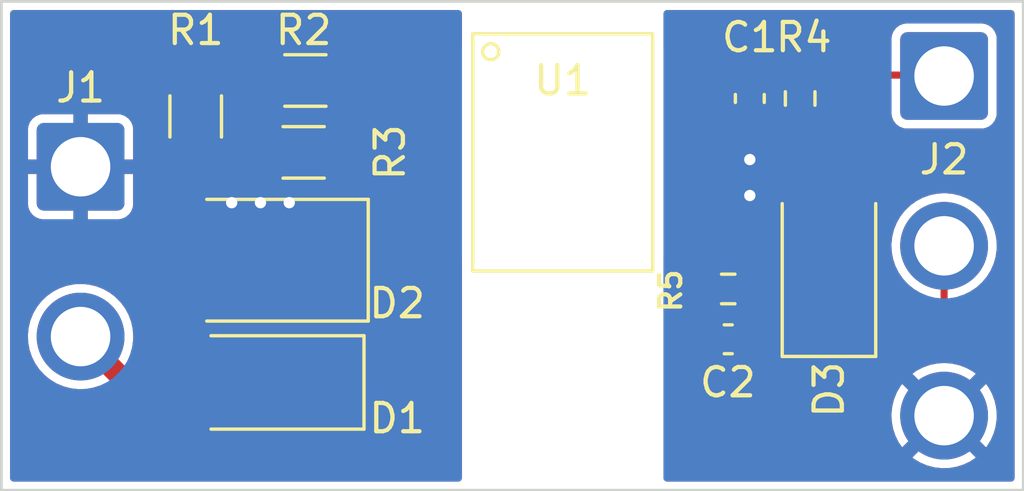
<source format=kicad_pcb>
(kicad_pcb (version 20211014) (generator pcbnew)
  (layers (0 "F.Cu" signal) (31 "B.Cu" signal) (34 "B.Paste" user) (35 "F.Paste" user) (36 "B.SilkS" user "B.Silkscreen") (37 "F.SilkS" user "F.Silkscreen") (38 "B.Mask" user) (39 "F.Mask" user) (44 "Edge.Cuts" user))
  (net 0 "")
  (net 1 "VCC")
  (net 2 "GND")
  (net 3 "Net-(C2-Pad1)")
  (net 4 "Net-(D1-Pad1)")
  (net 5 "Net-(D1-Pad2)")
  (net 6 "Net-(D2-Pad2)")
  (net 7 "Net-(D3-Pad2)")
  (net 8 "GNDPWR")
  (net 9 "Net-(R1-Pad2)")
  (net 10 "Net-(R2-Pad2)")
  (net 11 "Net-(R3-Pad2)")
  (footprint "Connector_Wire:SolderWire-1.5sqmm_1x03_P6mm_D1.7mm_OD3mm" (layer "F.Cu") (at 168.402 101.442 -90)
    (fp_text reference "J2" (at 2.952 0) (layer "F.SilkS"))
    (fp_text value "Out")
    (pad "1" thru_hole roundrect (at 0 0 270) (size 3.1 3.1) (drill 2.1) (layers *.Cu *.Mask) (roundrect_rratio 0.08064483871) (net 1 "VCC"))
    (pad "2" thru_hole circle (at 6 0 270) (size 3.1 3.1) (drill 2.1) (layers *.Cu *.Mask) (net 3 "Net-(C2-Pad1)"))
    (pad "3" thru_hole circle (at 12 0 270) (size 3.1 3.1) (drill 2.1) (layers *.Cu *.Mask) (net 2 "GND"))
  )
  (footprint "volvodash:6-SMD" (layer "F.Cu") (at 154.94 104.14)
    (fp_text reference "U1" (at 0 -2.54 unlocked) (layer "F.SilkS"))
    (fp_text value "H11L1")
    (fp_line (start 3.175 -4.191) (end -3.175 -4.191) (layer "F.SilkS") (width 0.12))
    (fp_line (start -3.175 4.191) (end 3.175 4.191) (layer "F.SilkS") (width 0.12))
    (fp_line (start -3.175 -4.191) (end -3.175 4.191) (layer "F.SilkS") (width 0.12))
    (fp_line (start 3.175 4.191) (end 3.175 -4.191) (layer "F.SilkS") (width 0.12))
    (fp_circle (center -2.54 -3.556) (end -2.667 -3.81) (layer "F.SilkS") (width 0.12) (fill none))
    (pad "1" smd roundrect (at -4.5075 -2.54) (size 1.525 1.78) (layers "F.Cu" "F.Paste" "F.Mask") (net 10 "Net-(R2-Pad2)"))
    (pad "2" smd roundrect (at -4.5075 0) (size 1.525 1.78) (layers "F.Cu" "F.Paste" "F.Mask") (net 11 "Net-(R3-Pad2)"))
    (pad "3" smd roundrect (at -4.5075 2.54) (size 1.525 1.78) (layers "F.Cu" "F.Paste" "F.Mask"))
    (pad "4" smd roundrect (at 4.5075 2.54) (size 1.525 1.78) (layers "F.Cu" "F.Paste" "F.Mask") (net 7 "Net-(D3-Pad2)"))
    (pad "5" smd roundrect (at 4.5075 0) (size 1.525 1.78) (layers "F.Cu" "F.Paste" "F.Mask") (net 2 "GND"))
    (pad "6" smd roundrect (at 4.5075 -2.54) (size 1.525 1.78) (layers "F.Cu" "F.Paste" "F.Mask") (net 1 "VCC"))
  )
  (footprint "Diode_SMD:D_SMB" (layer "F.Cu") (at 144.526 107.95 180)
    (fp_text reference "D2" (at -4.572 -1.524) (layer "F.SilkS"))
    (fp_text value "13V" hide)
    (fp_line (start -3.55 -2.15) (end 2.15 -2.15) (layer "F.SilkS") (width 0.12))
    (fp_line (start -3.55 2.15) (end 2.15 2.15) (layer "F.SilkS") (width 0.12))
    (fp_line (start -3.55 -2.15) (end -3.55 2.15) (layer "F.SilkS") (width 0.12))
    (pad "1" smd rect (at -2.15 0 180) (size 2.5 2.3) (layers "F.Cu" "F.Paste" "F.Mask") (net 4 "Net-(D1-Pad1)"))
    (pad "2" smd rect (at 2.15 0 180) (size 2.5 2.3) (layers "F.Cu" "F.Paste" "F.Mask") (net 6 "Net-(D2-Pad2)"))
  )
  (footprint "Capacitor_SMD:C_0603_1608Metric" (layer "F.Cu") (at 160.782 110.744 180)
    (fp_text reference "C2" (at 0.013 -1.524) (layer "F.SilkS"))
    (fp_text value "10n" hide)
    (fp_line (start -0.14058 -0.51) (end 0.14058 -0.51) (layer "F.SilkS") (width 0.12))
    (fp_line (start -0.14058 0.51) (end 0.14058 0.51) (layer "F.SilkS") (width 0.12))
    (pad "1" smd roundrect (at -0.775 0 180) (size 0.9 0.95) (layers "F.Cu" "F.Paste" "F.Mask") (net 3 "Net-(C2-Pad1)"))
    (pad "2" smd roundrect (at 0.775 0 180) (size 0.9 0.95) (layers "F.Cu" "F.Paste" "F.Mask") (net 2 "GND"))
  )
  (footprint "Resistor_SMD:R_1206_3216Metric" (layer "F.Cu") (at 145.8575 101.6)
    (fp_text reference "R2" (at -0.0615 -1.778) (layer "F.SilkS"))
    (fp_text value "220" hide)
    (fp_line (start -0.727064 -0.91) (end 0.727064 -0.91) (layer "F.SilkS") (width 0.12))
    (fp_line (start -0.727064 0.91) (end 0.727064 0.91) (layer "F.SilkS") (width 0.12))
    (pad "1" smd roundrect (at -1.4625 0) (size 1.125 1.75) (layers "F.Cu" "F.Paste" "F.Mask") (roundrect_rratio 0.2222222222) (net 9 "Net-(R1-Pad2)"))
    (pad "2" smd roundrect (at 1.4625 0) (size 1.125 1.75) (layers "F.Cu" "F.Paste" "F.Mask") (roundrect_rratio 0.2222222222) (net 10 "Net-(R2-Pad2)"))
  )
  (footprint "Resistor_SMD:R_0603_1608Metric" (layer "F.Cu") (at 160.782 108.966)
    (fp_text reference "R5" (at -2.032 0.065 90) (layer "F.SilkS") (effects (font (size 0.75 0.75))))
    (fp_text value "1k" hide)
    (fp_line (start -0.237258 -0.5225) (end 0.237258 -0.5225) (layer "F.SilkS") (width 0.12))
    (fp_line (start -0.237258 0.5225) (end 0.237258 0.5225) (layer "F.SilkS") (width 0.12))
    (pad "1" smd roundrect (at -0.825 0) (size 0.8 0.95) (layers "F.Cu" "F.Paste" "F.Mask") (net 7 "Net-(D3-Pad2)"))
    (pad "2" smd roundrect (at 0.825 0) (size 0.8 0.95) (layers "F.Cu" "F.Paste" "F.Mask") (net 3 "Net-(C2-Pad1)"))
  )
  (footprint "Connector_Wire:SolderWire-1.5sqmm_1x02_P6mm_D1.7mm_OD3mm" (layer "F.Cu") (at 137.922 104.648 -90)
    (fp_text reference "J1" (at -2.794 0) (layer "F.SilkS"))
    (fp_text value "In")
    (pad "1" thru_hole roundrect (at 0 0 270) (size 3.1 3.1) (drill 2.1) (layers *.Cu *.Mask) (roundrect_rratio 0.08064483871) (net 8 "GNDPWR"))
    (pad "2" thru_hole circle (at 6 0 270) (size 3.1 3.1) (drill 2.1) (layers *.Cu *.Mask) (net 5 "Net-(D1-Pad2)"))
  )
  (footprint "Resistor_SMD:R_0603_1608Metric" (layer "F.Cu") (at 163.322 102.235 -90)
    (fp_text reference "R4" (at -2.159 -0.127 180) (layer "F.SilkS"))
    (fp_text value "1k" hide)
    (fp_line (start -0.237258 0.5225) (end 0.237258 0.5225) (layer "F.SilkS") (width 0.12))
    (fp_line (start -0.237258 -0.5225) (end 0.237258 -0.5225) (layer "F.SilkS") (width 0.12))
    (pad "1" smd roundrect (at -0.825 0 270) (size 0.8 0.95) (layers "F.Cu" "F.Paste" "F.Mask") (net 1 "VCC"))
    (pad "2" smd roundrect (at 0.825 0 270) (size 0.8 0.95) (layers "F.Cu" "F.Paste" "F.Mask") (net 7 "Net-(D3-Pad2)"))
  )
  (footprint "Diode_SMD:D_SMA" (layer "F.Cu") (at 164.338 107.95 90)
    (fp_text reference "D3" (at -4.572 0 90) (layer "F.SilkS"))
    (fp_text value "D" hide)
    (fp_line (start -3.4 1.65) (end 2 1.65) (layer "F.SilkS") (width 0.12))
    (fp_line (start -3.4 -1.65) (end 2 -1.65) (layer "F.SilkS") (width 0.12))
    (fp_line (start -3.4 -1.65) (end -3.4 1.65) (layer "F.SilkS") (width 0.12))
    (pad "1" smd rect (at -2 0 90) (size 2.5 1.8) (layers "F.Cu" "F.Paste" "F.Mask") (net 3 "Net-(C2-Pad1)"))
    (pad "2" smd rect (at 2 0 90) (size 2.5 1.8) (layers "F.Cu" "F.Paste" "F.Mask") (net 7 "Net-(D3-Pad2)"))
  )
  (footprint "Resistor_SMD:R_1206_3216Metric" (layer "F.Cu") (at 141.986 102.87 90)
    (fp_text reference "R1" (at 3.048 0) (layer "F.SilkS"))
    (fp_text value "2k" hide)
    (fp_line (start -0.727064 0.91) (end 0.727064 0.91) (layer "F.SilkS") (width 0.12))
    (fp_line (start -0.727064 -0.91) (end 0.727064 -0.91) (layer "F.SilkS") (width 0.12))
    (pad "1" smd roundrect (at -1.4625 0 90) (size 1.125 1.75) (layers "F.Cu" "F.Paste" "F.Mask") (roundrect_rratio 0.2222222222) (net 6 "Net-(D2-Pad2)"))
    (pad "2" smd roundrect (at 1.4625 0 90) (size 1.125 1.75) (layers "F.Cu" "F.Paste" "F.Mask") (roundrect_rratio 0.2222222222) (net 9 "Net-(R1-Pad2)"))
  )
  (footprint "Resistor_SMD:R_1206_3216Metric" (layer "F.Cu") (at 145.796 104.14)
    (fp_text reference "R3" (at 3.048 0 90) (layer "F.SilkS"))
    (fp_text value "220" hide)
    (fp_line (start -0.727064 0.91) (end 0.727064 0.91) (layer "F.SilkS") (width 0.12))
    (fp_line (start -0.727064 -0.91) (end 0.727064 -0.91) (layer "F.SilkS") (width 0.12))
    (pad "1" smd roundrect (at -1.4625 0) (size 1.125 1.75) (layers "F.Cu" "F.Paste" "F.Mask") (roundrect_rratio 0.2222222222) (net 8 "GNDPWR"))
    (pad "2" smd roundrect (at 1.4625 0) (size 1.125 1.75) (layers "F.Cu" "F.Paste" "F.Mask") (roundrect_rratio 0.2222222222) (net 11 "Net-(R3-Pad2)"))
  )
  (footprint "Diode_SMD:D_SMA" (layer "F.Cu") (at 144.526 112.268 180)
    (fp_text reference "D1" (at -4.572 -1.27) (layer "F.SilkS"))
    (fp_text value "D" hide)
    (fp_line (start -3.4 1.65) (end 2 1.65) (layer "F.SilkS") (width 0.12))
    (fp_line (start -3.4 -1.65) (end -3.4 1.65) (layer "F.SilkS") (width 0.12))
    (fp_line (start -3.4 -1.65) (end 2 -1.65) (layer "F.SilkS") (width 0.12))
    (pad "1" smd rect (at -2 0 180) (size 2.5 1.8) (layers "F.Cu" "F.Paste" "F.Mask") (net 4 "Net-(D1-Pad1)"))
    (pad "2" smd rect (at 2 0 180) (size 2.5 1.8) (layers "F.Cu" "F.Paste" "F.Mask") (net 5 "Net-(D1-Pad2)"))
  )
  (footprint "Capacitor_SMD:C_0603_1608Metric" (layer "F.Cu") (at 161.544 102.235 -90)
    (fp_text reference "C1" (at -2.159 0 180) (layer "F.SilkS"))
    (fp_text value "100n" hide)
    (fp_line (start -0.14058 -0.51) (end 0.14058 -0.51) (layer "F.SilkS") (width 0.12))
    (fp_line (start -0.14058 0.51) (end 0.14058 0.51) (layer "F.SilkS") (width 0.12))
    (pad "1" smd roundrect (at -0.775 0 270) (size 0.9 0.95) (layers "F.Cu" "F.Paste" "F.Mask") (net 1 "VCC"))
    (pad "2" smd roundrect (at 0.775 0 270) (size 0.9 0.95) (layers "F.Cu" "F.Paste" "F.Mask") (net 2 "GND"))
  )
  (gr_line (start 135.128 98.806) (end 171.196 98.806) (layer "Edge.Cuts") (width 0.1))
  (gr_line (start 171.196 98.806) (end 171.196 116.078) (layer "Edge.Cuts") (width 0.1))
  (gr_line (start 135.128 116.078) (end 135.128 98.806) (layer "Edge.Cuts") (width 0.1))
  (gr_line (start 171.196 116.078) (end 135.128 116.078) (layer "Edge.Cuts") (width 0.1))
  (segment (start 163.322 101.41) (end 161.594 101.41) (width 0.25) (layer "F.Cu") (net 1))
  (segment (start 161.594 101.41) (end 161.544 101.46) (width 0.25) (layer "F.Cu") (net 1))
  (segment (start 168.37 101.41) (end 168.402 101.442) (width 0.25) (layer "F.Cu") (net 1))
  (segment (start 159.5875 101.46) (end 159.4475 101.6) (width 0.25) (layer "F.Cu") (net 1))
  (segment (start 163.322 101.41) (end 168.37 101.41) (width 0.25) (layer "F.Cu") (net 1))
  (segment (start 161.544 101.46) (end 159.5875 101.46) (width 0.25) (layer "F.Cu") (net 1))
  (via (at 161.544 105.664) (size 0.8) (drill 0.4) (layers "F.Cu" "B.Cu") (net 2))
  (via (at 161.544 104.394) (size 0.8) (drill 0.4) (layers "F.Cu" "B.Cu") (net 2))
  (segment (start 167.926 109.95) (end 168.402 109.474) (width 0.25) (layer "F.Cu") (net 3))
  (segment (start 164.338 109.95) (end 167.926 109.95) (width 0.25) (layer "F.Cu") (net 3))
  (segment (start 161.557 110.744) (end 163.544 110.744) (width 0.25) (layer "F.Cu") (net 3))
  (segment (start 161.607 108.966) (end 161.607 110.694) (width 0.25) (layer "F.Cu") (net 3))
  (segment (start 168.402 109.474) (end 168.402 107.442) (width 0.25) (layer "F.Cu") (net 3))
  (segment (start 161.607 110.694) (end 161.557 110.744) (width 0.25) (layer "F.Cu") (net 3))
  (segment (start 163.544 110.744) (end 164.338 109.95) (width 0.25) (layer "F.Cu") (net 3))
  (segment (start 146.676 107.95) (end 146.676 112.118) (width 0.75) (layer "F.Cu") (net 4))
  (segment (start 146.676 112.118) (end 146.526 112.268) (width 0.25) (layer "F.Cu") (net 4))
  (segment (start 137.922 110.648) (end 139.542 112.268) (width 0.75) (layer "F.Cu") (net 5))
  (segment (start 139.542 112.268) (end 142.526 112.268) (width 0.75) (layer "F.Cu") (net 5))
  (segment (start 141.986 104.3325) (end 141.986 107.56) (width 0.75) (layer "F.Cu") (net 6))
  (segment (start 141.986 107.56) (end 142.376 107.95) (width 0.25) (layer "F.Cu") (net 6))
  (segment (start 163.068 105.918) (end 163.1 105.95) (width 0.25) (layer "F.Cu") (net 7))
  (segment (start 159.4475 106.68) (end 162.306 106.68) (width 0.25) (layer "F.Cu") (net 7))
  (segment (start 159.4475 108.4565) (end 159.957 108.966) (width 0.25) (layer "F.Cu") (net 7))
  (segment (start 163.1 105.95) (end 164.338 105.95) (width 0.25) (layer "F.Cu") (net 7))
  (segment (start 163.068 103.314) (end 163.322 103.06) (width 0.25) (layer "F.Cu") (net 7))
  (segment (start 159.4475 106.68) (end 159.4475 108.4565) (width 0.25) (layer "F.Cu") (net 7))
  (segment (start 163.068 105.918) (end 163.068 103.314) (width 0.25) (layer "F.Cu") (net 7))
  (segment (start 162.306 106.68) (end 163.068 105.918) (width 0.25) (layer "F.Cu") (net 7))
  (via (at 144.272 105.918) (size 0.8) (drill 0.4) (layers "F.Cu" "B.Cu") (net 8))
  (via (at 143.256 105.918) (size 0.8) (drill 0.4) (layers "F.Cu" "B.Cu") (net 8))
  (via (at 145.288 105.918) (size 0.8) (drill 0.4) (layers "F.Cu" "B.Cu") (net 8))
  (segment (start 144.2025 101.4075) (end 144.395 101.6) (width 0.25) (layer "F.Cu") (net 9))
  (segment (start 141.986 101.4075) (end 144.2025 101.4075) (width 0.75) (layer "F.Cu") (net 9))
  (segment (start 150.4325 101.6) (end 147.32 101.6) (width 0.75) (layer "F.Cu") (net 10))
  (segment (start 150.4325 104.14) (end 147.32 104.14) (width 0.75) (layer "F.Cu") (net 11))
  (zone (net 8) (net_name "GNDPWR") (layers F&B.Cu) (connect_pads (clearance 0.3048)) (min_thickness 0.254) (fill yes (thermal_gap 0.3048) (thermal_bridge_width 0.508))
    (polygon (pts (xy 151.384 115.824) (xy 135.382 115.824) (xy 135.382 99.06) (xy 151.384 99.06)))
  )
  (zone (net 2) (net_name "GND") (layers F&B.Cu) (connect_pads (clearance 0.3048)) (min_thickness 0.254) (fill yes (thermal_gap 0.3048) (thermal_bridge_width 0.508))
    (polygon (pts (xy 170.942 115.824) (xy 158.496 115.824) (xy 158.496 99.06) (xy 170.942 99.06)))
  )
)
</source>
